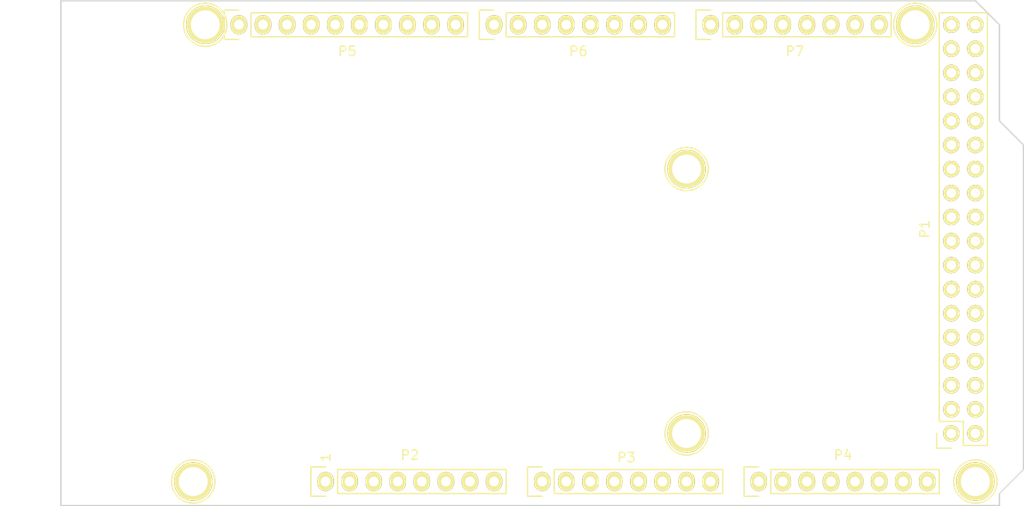
<source format=kicad_pcb>
(kicad_pcb (version 20221018) (generator pcbnew)
  (title_block (date "mar. 31 mars 2015"))
  (layers (0 "F.Cu" signal) (31 "B.Cu" signal) (34 "B.Paste" user) (35 "F.Paste" user) (36 "B.SilkS" user "B.Silkscreen") (37 "F.SilkS" user "F.Silkscreen") (38 "B.Mask" user) (39 "F.Mask" user) (44 "Edge.Cuts" user))
  (net 0 "")
  (net 1 "GND")
  (net 2 "/52(SCK)")
  (net 3 "/53(SS)")
  (net 4 "/50(MISO)")
  (net 5 "/51(MOSI)")
  (net 6 "/48")
  (net 7 "/49")
  (net 8 "/46")
  (net 9 "/47")
  (net 10 "/44")
  (net 11 "/45")
  (net 12 "/42")
  (net 13 "/43")
  (net 14 "/40")
  (net 15 "/41")
  (net 16 "/38")
  (net 17 "/39")
  (net 18 "/36")
  (net 19 "/37")
  (net 20 "/34")
  (net 21 "/35")
  (net 22 "/32")
  (net 23 "/33")
  (net 24 "/30")
  (net 25 "/31")
  (net 26 "/28")
  (net 27 "/29")
  (net 28 "/26")
  (net 29 "/27")
  (net 30 "/24")
  (net 31 "/25")
  (net 32 "/22")
  (net 33 "/23")
  (net 34 "+5V")
  (net 35 "/IOREF")
  (net 36 "/Reset")
  (net 37 "/Vin")
  (net 38 "/A0")
  (net 39 "/A1")
  (net 40 "/A2")
  (net 41 "/A3")
  (net 42 "/A4")
  (net 43 "/A5")
  (net 44 "/A6")
  (net 45 "/A7")
  (net 46 "/A8")
  (net 47 "/A9")
  (net 48 "/A10")
  (net 49 "/A11")
  (net 50 "/A12")
  (net 51 "/A13")
  (net 52 "/A14")
  (net 53 "/A15")
  (net 54 "/SCL")
  (net 55 "/SDA")
  (net 56 "/AREF")
  (net 57 "/13(**)")
  (net 58 "/12(**)")
  (net 59 "/11(**)")
  (net 60 "/10(**)")
  (net 61 "/9(**)")
  (net 62 "/8(**)")
  (net 63 "/7(**)")
  (net 64 "/6(**)")
  (net 65 "/5(**)")
  (net 66 "/4(**)")
  (net 67 "/3(**)")
  (net 68 "/2(**)")
  (net 69 "/20(SDA)")
  (net 70 "/21(SCL)")
  (net 71 "Net-(P8-Pad1)")
  (net 72 "Net-(P9-Pad1)")
  (net 73 "Net-(P10-Pad1)")
  (net 74 "Net-(P11-Pad1)")
  (net 75 "Net-(P12-Pad1)")
  (net 76 "Net-(P13-Pad1)")
  (net 77 "Net-(P2-Pad1)")
  (net 78 "+3V3")
  (net 79 "/1(Tx0)")
  (net 80 "/0(Rx0)")
  (net 81 "/14(Tx3)")
  (net 82 "/15(Rx3)")
  (net 83 "/16(Tx2)")
  (net 84 "/17(Rx2)")
  (net 85 "/18(Tx1)")
  (net 86 "/19(Rx1)")
  (footprint "Socket_Arduino_Mega:Socket_Strip_Arduino_2x18" (layer "F.Cu") (at 197.358 114.046 90)
    (fp_text reference "P1" (at 21.59 -2.794 90) (layer "F.SilkS"))
    (fp_text value "Digital")
    (fp_line (start -1.55 -1.55) (end -1.55 0) (stroke (width 0.15)) (layer "F.SilkS"))
    (fp_line (start -1.27 1.27) (end 1.27 1.27) (stroke (width 0.15)) (layer "F.SilkS"))
    (fp_line (start -1.27 3.81) (end -1.27 1.27) (stroke (width 0.15)) (layer "F.SilkS"))
    (fp_line (start -1.27 3.81) (end 44.45 3.81) (stroke (width 0.15)) (layer "F.SilkS"))
    (fp_line (start 0 -1.55) (end -1.55 -1.55) (stroke (width 0.15)) (layer "F.SilkS"))
    (fp_line (start 1.27 1.27) (end 1.27 -1.27) (stroke (width 0.15)) (layer "F.SilkS"))
    (fp_line (start 44.45 -1.27) (end 1.27 -1.27) (stroke (width 0.15)) (layer "F.SilkS"))
    (fp_line (start 44.45 3.81) (end 44.45 -1.27) (stroke (width 0.15)) (layer "F.SilkS"))
    (pad "1" thru_hole circle locked (at 0 0 90) (size 1.7272 1.7272) (drill 1.016) (layers "*.Cu" "*.Mask" "F.SilkS") (net 1 "GND"))
    (pad "2" thru_hole oval locked (at 0 2.54 90) (size 1.7272 1.7272) (drill 1.016) (layers "*.Cu" "*.Mask" "F.SilkS") (net 1 "GND"))
    (pad "3" thru_hole oval locked (at 2.54 0 90) (size 1.7272 1.7272) (drill 1.016) (layers "*.Cu" "*.Mask" "F.SilkS") (net 2 "/52(SCK)"))
    (pad "4" thru_hole oval locked (at 2.54 2.54 90) (size 1.7272 1.7272) (drill 1.016) (layers "*.Cu" "*.Mask" "F.SilkS") (net 3 "/53(SS)"))
    (pad "5" thru_hole oval locked (at 5.08 0 90) (size 1.7272 1.7272) (drill 1.016) (layers "*.Cu" "*.Mask" "F.SilkS") (net 4 "/50(MISO)"))
    (pad "6" thru_hole oval locked (at 5.08 2.54 90) (size 1.7272 1.7272) (drill 1.016) (layers "*.Cu" "*.Mask" "F.SilkS") (net 5 "/51(MOSI)"))
    (pad "7" thru_hole oval locked (at 7.62 0 90) (size 1.7272 1.7272) (drill 1.016) (layers "*.Cu" "*.Mask" "F.SilkS") (net 6 "/48"))
    (pad "8" thru_hole oval locked (at 7.62 2.54 90) (size 1.7272 1.7272) (drill 1.016) (layers "*.Cu" "*.Mask" "F.SilkS") (net 7 "/49"))
    (pad "9" thru_hole oval locked (at 10.16 0 90) (size 1.7272 1.7272) (drill 1.016) (layers "*.Cu" "*.Mask" "F.SilkS") (net 8 "/46"))
    (pad "10" thru_hole oval locked (at 10.16 2.54 90) (size 1.7272 1.7272) (drill 1.016) (layers "*.Cu" "*.Mask" "F.SilkS") (net 9 "/47"))
    (pad "11" thru_hole oval locked (at 12.7 0 90) (size 1.7272 1.7272) (drill 1.016) (layers "*.Cu" "*.Mask" "F.SilkS") (net 10 "/44"))
    (pad "12" thru_hole oval locked (at 12.7 2.54 90) (size 1.7272 1.7272) (drill 1.016) (layers "*.Cu" "*.Mask" "F.SilkS") (net 11 "/45"))
    (pad "13" thru_hole oval locked (at 15.24 0 90) (size 1.7272 1.7272) (drill 1.016) (layers "*.Cu" "*.Mask" "F.SilkS") (net 12 "/42"))
    (pad "14" thru_hole oval locked (at 15.24 2.54 90) (size 1.7272 1.7272) (drill 1.016) (layers "*.Cu" "*.Mask" "F.SilkS") (net 13 "/43"))
    (pad "15" thru_hole oval locked (at 17.78 0 90) (size 1.7272 1.7272) (drill 1.016) (layers "*.Cu" "*.Mask" "F.SilkS") (net 14 "/40"))
    (pad "16" thru_hole oval locked (at 17.78 2.54 90) (size 1.7272 1.7272) (drill 1.016) (layers "*.Cu" "*.Mask" "F.SilkS") (net 15 "/41"))
    (pad "17" thru_hole oval locked (at 20.32 0 90) (size 1.7272 1.7272) (drill 1.016) (layers "*.Cu" "*.Mask" "F.SilkS") (net 16 "/38"))
    (pad "18" thru_hole oval locked (at 20.32 2.54 90) (size 1.7272 1.7272) (drill 1.016) (layers "*.Cu" "*.Mask" "F.SilkS") (net 17 "/39"))
    (pad "19" thru_hole oval locked (at 22.86 0 90) (size 1.7272 1.7272) (drill 1.016) (layers "*.Cu" "*.Mask" "F.SilkS") (net 18 "/36"))
    (pad "20" thru_hole oval locked (at 22.86 2.54 90) (size 1.7272 1.7272) (drill 1.016) (layers "*.Cu" "*.Mask" "F.SilkS") (net 19 "/37"))
    (pad "21" thru_hole oval locked (at 25.4 0 90) (size 1.7272 1.7272) (drill 1.016) (layers "*.Cu" "*.Mask" "F.SilkS") (net 20 "/34"))
    (pad "22" thru_hole oval locked (at 25.4 2.54 90) (size 1.7272 1.7272) (drill 1.016) (layers "*.Cu" "*.Mask" "F.SilkS") (net 21 "/35"))
    (pad "23" thru_hole oval locked (at 27.94 0 90) (size 1.7272 1.7272) (drill 1.016) (layers "*.Cu" "*.Mask" "F.SilkS") (net 22 "/32"))
    (pad "24" thru_hole oval locked (at 27.94 2.54 90) (size 1.7272 1.7272) (drill 1.016) (layers "*.Cu" "*.Mask" "F.SilkS") (net 23 "/33"))
    (pad "25" thru_hole oval locked (at 30.48 0 90) (size 1.7272 1.7272) (drill 1.016) (layers "*.Cu" "*.Mask" "F.SilkS") (net 24 "/30"))
    (pad "26" thru_hole oval locked (at 30.48 2.54 90) (size 1.7272 1.7272) (drill 1.016) (layers "*.Cu" "*.Mask" "F.SilkS") (net 25 "/31"))
    (pad "27" thru_hole oval locked (at 33.02 0 90) (size 1.7272 1.7272) (drill 1.016) (layers "*.Cu" "*.Mask" "F.SilkS") (net 26 "/28"))
    (pad "28" thru_hole oval locked (at 33.02 2.54 90) (size 1.7272 1.7272) (drill 1.016) (layers "*.Cu" "*.Mask" "F.SilkS") (net 27 "/29"))
    (pad "29" thru_hole oval locked (at 35.56 0 90) (size 1.7272 1.7272) (drill 1.016) (layers "*.Cu" "*.Mask" "F.SilkS") (net 28 "/26"))
    (pad "30" thru_hole oval locked (at 35.56 2.54 90) (size 1.7272 1.7272) (drill 1.016) (layers "*.Cu" "*.Mask" "F.SilkS") (net 29 "/27"))
    (pad "31" thru_hole oval locked (at 38.1 0 90) (size 1.7272 1.7272) (drill 1.016) (layers "*.Cu" "*.Mask" "F.SilkS") (net 30 "/24"))
    (pad "32" thru_hole oval locked (at 38.1 2.54 90) (size 1.7272 1.7272) (drill 1.016) (layers "*.Cu" "*.Mask" "F.SilkS") (net 31 "/25"))
    (pad "33" thru_hole oval locked (at 40.64 0 90) (size 1.7272 1.7272) (drill 1.016) (layers "*.Cu" "*.Mask" "F.SilkS") (net 32 "/22"))
    (pad "34" thru_hole oval locked (at 40.64 2.54 90) (size 1.7272 1.7272) (drill 1.016) (layers "*.Cu" "*.Mask" "F.SilkS") (net 33 "/23"))
    (pad "35" thru_hole oval locked (at 43.18 0 90) (size 1.7272 1.7272) (drill 1.016) (layers "*.Cu" "*.Mask" "F.SilkS") (net 34 "+5V"))
    (pad "36" thru_hole oval locked (at 43.18 2.54 90) (size 1.7272 1.7272) (drill 1.016) (layers "*.Cu" "*.Mask" "F.SilkS") (net 34 "+5V"))
  )
  (footprint "Socket_Arduino_Mega:Socket_Strip_Arduino_1x08" (layer "F.Cu") (at 131.318 119.126)
    (fp_text reference "P2" (at 8.89 -2.794) (layer "F.SilkS"))
    (fp_text value "Power")
    (fp_line (start -1.55 -1.55) (end -1.55 1.55) (stroke (width 0.15)) (layer "F.SilkS"))
    (fp_line (start -1.55 1.55) (end 0 1.55) (stroke (width 0.15)) (layer "F.SilkS"))
    (fp_line (start 0 -1.55) (end -1.55 -1.55) (stroke (width 0.15)) (layer "F.SilkS"))
    (fp_line (start 1.27 1.27) (end 1.27 -1.27) (stroke (width 0.15)) (layer "F.SilkS"))
    (fp_line (start 1.27 1.27) (end 19.05 1.27) (stroke (width 0.15)) (layer "F.SilkS"))
    (fp_line (start 19.05 -1.27) (end 1.27 -1.27) (stroke (width 0.15)) (layer "F.SilkS"))
    (fp_line (start 19.05 1.27) (end 19.05 -1.27) (stroke (width 0.15)) (layer "F.SilkS"))
    (pad "1" thru_hole oval locked (at 0 0) (size 1.7272 2.032) (drill 1.016) (layers "*.Cu" "*.Mask" "F.SilkS") (net 77 "Net-(P2-Pad1)"))
    (pad "2" thru_hole oval locked (at 2.54 0) (size 1.7272 2.032) (drill 1.016) (layers "*.Cu" "*.Mask" "F.SilkS") (net 35 "/IOREF"))
    (pad "3" thru_hole oval locked (at 5.08 0) (size 1.7272 2.032) (drill 1.016) (layers "*.Cu" "*.Mask" "F.SilkS") (net 36 "/Reset"))
    (pad "4" thru_hole oval locked (at 7.62 0) (size 1.7272 2.032) (drill 1.016) (layers "*.Cu" "*.Mask" "F.SilkS") (net 78 "+3V3"))
    (pad "5" thru_hole oval locked (at 10.16 0) (size 1.7272 2.032) (drill 1.016) (layers "*.Cu" "*.Mask" "F.SilkS") (net 34 "+5V"))
    (pad "6" thru_hole oval locked (at 12.7 0) (size 1.7272 2.032) (drill 1.016) (layers "*.Cu" "*.Mask" "F.SilkS") (net 1 "GND"))
    (pad "7" thru_hole oval locked (at 15.24 0) (size 1.7272 2.032) (drill 1.016) (layers "*.Cu" "*.Mask" "F.SilkS") (net 1 "GND"))
    (pad "8" thru_hole oval locked (at 17.78 0) (size 1.7272 2.032) (drill 1.016) (layers "*.Cu" "*.Mask" "F.SilkS") (net 37 "/Vin"))
  )
  (footprint "Socket_Arduino_Mega:Socket_Strip_Arduino_1x08" (layer "F.Cu") (at 154.178 119.126)
    (fp_text reference "P3" (at 8.89 -2.54) (layer "F.SilkS"))
    (fp_text value "Analog")
    (fp_line (start -1.55 -1.55) (end -1.55 1.55) (stroke (width 0.15)) (layer "F.SilkS"))
    (fp_line (start -1.55 1.55) (end 0 1.55) (stroke (width 0.15)) (layer "F.SilkS"))
    (fp_line (start 0 -1.55) (end -1.55 -1.55) (stroke (width 0.15)) (layer "F.SilkS"))
    (fp_line (start 1.27 1.27) (end 1.27 -1.27) (stroke (width 0.15)) (layer "F.SilkS"))
    (fp_line (start 1.27 1.27) (end 19.05 1.27) (stroke (width 0.15)) (layer "F.SilkS"))
    (fp_line (start 19.05 -1.27) (end 1.27 -1.27) (stroke (width 0.15)) (layer "F.SilkS"))
    (fp_line (start 19.05 1.27) (end 19.05 -1.27) (stroke (width 0.15)) (layer "F.SilkS"))
    (pad "1" thru_hole oval locked (at 0 0) (size 1.7272 2.032) (drill 1.016) (layers "*.Cu" "*.Mask" "F.SilkS") (net 38 "/A0"))
    (pad "2" thru_hole oval locked (at 2.54 0) (size 1.7272 2.032) (drill 1.016) (layers "*.Cu" "*.Mask" "F.SilkS") (net 39 "/A1"))
    (pad "3" thru_hole oval locked (at 5.08 0) (size 1.7272 2.032) (drill 1.016) (layers "*.Cu" "*.Mask" "F.SilkS") (net 40 "/A2"))
    (pad "4" thru_hole oval locked (at 7.62 0) (size 1.7272 2.032) (drill 1.016) (layers "*.Cu" "*.Mask" "F.SilkS") (net 41 "/A3"))
    (pad "5" thru_hole oval locked (at 10.16 0) (size 1.7272 2.032) (drill 1.016) (layers "*.Cu" "*.Mask" "F.SilkS") (net 42 "/A4"))
    (pad "6" thru_hole oval locked (at 12.7 0) (size 1.7272 2.032) (drill 1.016) (layers "*.Cu" "*.Mask" "F.SilkS") (net 43 "/A5"))
    (pad "7" thru_hole oval locked (at 15.24 0) (size 1.7272 2.032) (drill 1.016) (layers "*.Cu" "*.Mask" "F.SilkS") (net 44 "/A6"))
    (pad "8" thru_hole oval locked (at 17.78 0) (size 1.7272 2.032) (drill 1.016) (layers "*.Cu" "*.Mask" "F.SilkS") (net 45 "/A7"))
  )
  (footprint "Socket_Arduino_Mega:Socket_Strip_Arduino_1x08" (layer "F.Cu") (at 177.038 119.126)
    (fp_text reference "P4" (at 8.89 -2.794) (layer "F.SilkS"))
    (fp_text value "Analog")
    (fp_line (start -1.55 -1.55) (end -1.55 1.55) (stroke (width 0.15)) (layer "F.SilkS"))
    (fp_line (start -1.55 1.55) (end 0 1.55) (stroke (width 0.15)) (layer "F.SilkS"))
    (fp_line (start 0 -1.55) (end -1.55 -1.55) (stroke (width 0.15)) (layer "F.SilkS"))
    (fp_line (start 1.27 1.27) (end 1.27 -1.27) (stroke (width 0.15)) (layer "F.SilkS"))
    (fp_line (start 1.27 1.27) (end 19.05 1.27) (stroke (width 0.15)) (layer "F.SilkS"))
    (fp_line (start 19.05 -1.27) (end 1.27 -1.27) (stroke (width 0.15)) (layer "F.SilkS"))
    (fp_line (start 19.05 1.27) (end 19.05 -1.27) (stroke (width 0.15)) (layer "F.SilkS"))
    (pad "1" thru_hole oval locked (at 0 0) (size 1.7272 2.032) (drill 1.016) (layers "*.Cu" "*.Mask" "F.SilkS") (net 46 "/A8"))
    (pad "2" thru_hole oval locked (at 2.54 0) (size 1.7272 2.032) (drill 1.016) (layers "*.Cu" "*.Mask" "F.SilkS") (net 47 "/A9"))
    (pad "3" thru_hole oval locked (at 5.08 0) (size 1.7272 2.032) (drill 1.016) (layers "*.Cu" "*.Mask" "F.SilkS") (net 48 "/A10"))
    (pad "4" thru_hole oval locked (at 7.62 0) (size 1.7272 2.032) (drill 1.016) (layers "*.Cu" "*.Mask" "F.SilkS") (net 49 "/A11"))
    (pad "5" thru_hole oval locked (at 10.16 0) (size 1.7272 2.032) (drill 1.016) (layers "*.Cu" "*.Mask" "F.SilkS") (net 50 "/A12"))
    (pad "6" thru_hole oval locked (at 12.7 0) (size 1.7272 2.032) (drill 1.016) (layers "*.Cu" "*.Mask" "F.SilkS") (net 51 "/A13"))
    (pad "7" thru_hole oval locked (at 15.24 0) (size 1.7272 2.032) (drill 1.016) (layers "*.Cu" "*.Mask" "F.SilkS") (net 52 "/A14"))
    (pad "8" thru_hole oval locked (at 17.78 0) (size 1.7272 2.032) (drill 1.016) (layers "*.Cu" "*.Mask" "F.SilkS") (net 53 "/A15"))
  )
  (footprint "Socket_Arduino_Mega:Socket_Strip_Arduino_1x10" (layer "F.Cu") (at 122.174 70.866)
    (fp_text reference "P5" (at 11.43 2.794) (layer "F.SilkS"))
    (fp_text value "PWM")
    (fp_line (start -1.55 -1.55) (end -1.55 1.55) (stroke (width 0.15)) (layer "F.SilkS"))
    (fp_line (start -1.55 1.55) (end 0 1.55) (stroke (width 0.15)) (layer "F.SilkS"))
    (fp_line (start 0 -1.55) (end -1.55 -1.55) (stroke (width 0.15)) (layer "F.SilkS"))
    (fp_line (start 1.27 1.27) (end 1.27 -1.27) (stroke (width 0.15)) (layer "F.SilkS"))
    (fp_line (start 1.27 1.27) (end 24.13 1.27) (stroke (width 0.15)) (layer "F.SilkS"))
    (fp_line (start 24.13 -1.27) (end 1.27 -1.27) (stroke (width 0.15)) (layer "F.SilkS"))
    (fp_line (start 24.13 1.27) (end 24.13 -1.27) (stroke (width 0.15)) (layer "F.SilkS"))
    (pad "1" thru_hole oval locked (at 0 0) (size 1.7272 2.032) (drill 1.016) (layers "*.Cu" "*.Mask" "F.SilkS") (net 54 "/SCL"))
    (pad "2" thru_hole oval locked (at 2.54 0) (size 1.7272 2.032) (drill 1.016) (layers "*.Cu" "*.Mask" "F.SilkS") (net 55 "/SDA"))
    (pad "3" thru_hole oval locked (at 5.08 0) (size 1.7272 2.032) (drill 1.016) (layers "*.Cu" "*.Mask" "F.SilkS") (net 56 "/AREF"))
    (pad "4" thru_hole oval locked (at 7.62 0) (size 1.7272 2.032) (drill 1.016) (layers "*.Cu" "*.Mask" "F.SilkS") (net 1 "GND"))
    (pad "5" thru_hole oval locked (at 10.16 0) (size 1.7272 2.032) (drill 1.016) (layers "*.Cu" "*.Mask" "F.SilkS") (net 57 "/13(**)"))
    (pad "6" thru_hole oval locked (at 12.7 0) (size 1.7272 2.032) (drill 1.016) (layers "*.Cu" "*.Mask" "F.SilkS") (net 58 "/12(**)"))
    (pad "7" thru_hole oval locked (at 15.24 0) (size 1.7272 2.032) (drill 1.016) (layers "*.Cu" "*.Mask" "F.SilkS") (net 59 "/11(**)"))
    (pad "8" thru_hole oval locked (at 17.78 0) (size 1.7272 2.032) (drill 1.016) (layers "*.Cu" "*.Mask" "F.SilkS") (net 60 "/10(**)"))
    (pad "9" thru_hole oval locked (at 20.32 0) (size 1.7272 2.032) (drill 1.016) (layers "*.Cu" "*.Mask" "F.SilkS") (net 61 "/9(**)"))
    (pad "10" thru_hole oval locked (at 22.86 0) (size 1.7272 2.032) (drill 1.016) (layers "*.Cu" "*.Mask" "F.SilkS") (net 62 "/8(**)"))
  )
  (footprint "Socket_Arduino_Mega:Socket_Strip_Arduino_1x08" (layer "F.Cu") (at 149.098 70.866)
    (fp_text reference "P6" (at 8.89 2.794) (layer "F.SilkS"))
    (fp_text value "PWM")
    (fp_line (start -1.55 -1.55) (end -1.55 1.55) (stroke (width 0.15)) (layer "F.SilkS"))
    (fp_line (start -1.55 1.55) (end 0 1.55) (stroke (width 0.15)) (layer "F.SilkS"))
    (fp_line (start 0 -1.55) (end -1.55 -1.55) (stroke (width 0.15)) (layer "F.SilkS"))
    (fp_line (start 1.27 1.27) (end 1.27 -1.27) (stroke (width 0.15)) (layer "F.SilkS"))
    (fp_line (start 1.27 1.27) (end 19.05 1.27) (stroke (width 0.15)) (layer "F.SilkS"))
    (fp_line (start 19.05 -1.27) (end 1.27 -1.27) (stroke (width 0.15)) (layer "F.SilkS"))
    (fp_line (start 19.05 1.27) (end 19.05 -1.27) (stroke (width 0.15)) (layer "F.SilkS"))
    (pad "1" thru_hole oval locked (at 0 0) (size 1.7272 2.032) (drill 1.016) (layers "*.Cu" "*.Mask" "F.SilkS") (net 63 "/7(**)"))
    (pad "2" thru_hole oval locked (at 2.54 0) (size 1.7272 2.032) (drill 1.016) (layers "*.Cu" "*.Mask" "F.SilkS") (net 64 "/6(**)"))
    (pad "3" thru_hole oval locked (at 5.08 0) (size 1.7272 2.032) (drill 1.016) (layers "*.Cu" "*.Mask" "F.SilkS") (net 65 "/5(**)"))
    (pad "4" thru_hole oval locked (at 7.62 0) (size 1.7272 2.032) (drill 1.016) (layers "*.Cu" "*.Mask" "F.SilkS") (net 66 "/4(**)"))
    (pad "5" thru_hole oval locked (at 10.16 0) (size 1.7272 2.032) (drill 1.016) (layers "*.Cu" "*.Mask" "F.SilkS") (net 67 "/3(**)"))
    (pad "6" thru_hole oval locked (at 12.7 0) (size 1.7272 2.032) (drill 1.016) (layers "*.Cu" "*.Mask" "F.SilkS") (net 68 "/2(**)"))
    (pad "7" thru_hole oval locked (at 15.24 0) (size 1.7272 2.032) (drill 1.016) (layers "*.Cu" "*.Mask" "F.SilkS") (net 79 "/1(Tx0)"))
    (pad "8" thru_hole oval locked (at 17.78 0) (size 1.7272 2.032) (drill 1.016) (layers "*.Cu" "*.Mask" "F.SilkS") (net 80 "/0(Rx0)"))
  )
  (footprint "Socket_Arduino_Mega:Socket_Strip_Arduino_1x08" (layer "F.Cu") (at 171.958 70.866)
    (fp_text reference "P7" (at 8.89 2.794) (layer "F.SilkS"))
    (fp_text value "Communication")
    (fp_line (start -1.55 -1.55) (end -1.55 1.55) (stroke (width 0.15)) (layer "F.SilkS"))
    (fp_line (start -1.55 1.55) (end 0 1.55) (stroke (width 0.15)) (layer "F.SilkS"))
    (fp_line (start 0 -1.55) (end -1.55 -1.55) (stroke (width 0.15)) (layer "F.SilkS"))
    (fp_line (start 1.27 1.27) (end 1.27 -1.27) (stroke (width 0.15)) (layer "F.SilkS"))
    (fp_line (start 1.27 1.27) (end 19.05 1.27) (stroke (width 0.15)) (layer "F.SilkS"))
    (fp_line (start 19.05 -1.27) (end 1.27 -1.27) (stroke (width 0.15)) (layer "F.SilkS"))
    (fp_line (start 19.05 1.27) (end 19.05 -1.27) (stroke (width 0.15)) (layer "F.SilkS"))
    (pad "1" thru_hole oval locked (at 0 0) (size 1.7272 2.032) (drill 1.016) (layers "*.Cu" "*.Mask" "F.SilkS") (net 81 "/14(Tx3)"))
    (pad "2" thru_hole oval locked (at 2.54 0) (size 1.7272 2.032) (drill 1.016) (layers "*.Cu" "*.Mask" "F.SilkS") (net 82 "/15(Rx3)"))
    (pad "3" thru_hole oval locked (at 5.08 0) (size 1.7272 2.032) (drill 1.016) (layers "*.Cu" "*.Mask" "F.SilkS") (net 83 "/16(Tx2)"))
    (pad "4" thru_hole oval locked (at 7.62 0) (size 1.7272 2.032) (drill 1.016) (layers "*.Cu" "*.Mask" "F.SilkS") (net 84 "/17(Rx2)"))
    (pad "5" thru_hole oval locked (at 10.16 0) (size 1.7272 2.032) (drill 1.016) (layers "*.Cu" "*.Mask" "F.SilkS") (net 85 "/18(Tx1)"))
    (pad "6" thru_hole oval locked (at 12.7 0) (size 1.7272 2.032) (drill 1.016) (layers "*.Cu" "*.Mask" "F.SilkS") (net 86 "/19(Rx1)"))
    (pad "7" thru_hole oval locked (at 15.24 0) (size 1.7272 2.032) (drill 1.016) (layers "*.Cu" "*.Mask" "F.SilkS") (net 69 "/20(SDA)"))
    (pad "8" thru_hole oval locked (at 17.78 0) (size 1.7272 2.032) (drill 1.016) (layers "*.Cu" "*.Mask" "F.SilkS") (net 70 "/21(SCL)"))
  )
  (footprint "Socket_Arduino_Mega:Arduino_1pin" (layer "F.Cu") (at 117.348 119.126)
    (fp_text reference "P8" hide)
    (fp_text value "CONN_1" hide)
    (fp_circle (center 0 0) (end 0 -2.286) (stroke (width 0.15)) (fill none) (layer "F.SilkS"))
    (pad "1" thru_hole circle locked (at 0 0) (size 4.064 4.064) (drill 3.048) (layers "*.Cu" "*.Mask" "F.SilkS") (net 71 "Net-(P8-Pad1)"))
  )
  (footprint "Socket_Arduino_Mega:Arduino_1pin" (layer "F.Cu") (at 169.418 114.046)
    (fp_text reference "P9" hide)
    (fp_text value "CONN_1" hide)
    (fp_circle (center 0 0) (end 0 -2.286) (stroke (width 0.15)) (fill none) (layer "F.SilkS"))
    (pad "1" thru_hole circle locked (at 0 0) (size 4.064 4.064) (drill 3.048) (layers "*.Cu" "*.Mask" "F.SilkS") (net 72 "Net-(P9-Pad1)"))
  )
  (footprint "Socket_Arduino_Mega:Arduino_1pin" (layer "F.Cu") (at 199.898 119.126)
    (fp_text reference "P10" hide)
    (fp_text value "CONN_1" hide)
    (fp_circle (center 0 0) (end 0 -2.286) (stroke (width 0.15)) (fill none) (layer "F.SilkS"))
    (pad "1" thru_hole circle locked (at 0 0) (size 4.064 4.064) (drill 3.048) (layers "*.Cu" "*.Mask" "F.SilkS") (net 73 "Net-(P10-Pad1)"))
  )
  (footprint "Socket_Arduino_Mega:Arduino_1pin" (layer "F.Cu") (at 118.618 70.866)
    (fp_text reference "P11" hide)
    (fp_text value "CONN_1" hide)
    (fp_circle (center 0 0) (end 0 -2.286) (stroke (width 0.15)) (fill none) (layer "F.SilkS"))
    (pad "1" thru_hole circle locked (at 0 0) (size 4.064 4.064) (drill 3.048) (layers "*.Cu" "*.Mask" "F.SilkS") (net 74 "Net-(P11-Pad1)"))
  )
  (footprint "Socket_Arduino_Mega:Arduino_1pin" (layer "F.Cu") (at 169.418 86.106)
    (fp_text reference "P12" hide)
    (fp_text value "CONN_1" hide)
    (fp_circle (center 0 0) (end 0 -2.286) (stroke (width 0.15)) (fill none) (layer "F.SilkS"))
    (pad "1" thru_hole circle locked (at 0 0) (size 4.064 4.064) (drill 3.048) (layers "*.Cu" "*.Mask" "F.SilkS") (net 75 "Net-(P12-Pad1)"))
  )
  (footprint "Socket_Arduino_Mega:Arduino_1pin" (layer "F.Cu") (at 193.548 70.866)
    (fp_text reference "P13" hide)
    (fp_text value "CONN_1" hide)
    (fp_circle (center 0 0) (end 0 -2.286) (stroke (width 0.15)) (fill none) (layer "F.SilkS"))
    (pad "1" thru_hole circle locked (at 0 0) (size 4.064 4.064) (drill 3.048) (layers "*.Cu" "*.Mask" "F.SilkS") (net 76 "Net-(P13-Pad1)"))
  )
  (gr_line (start 204.978 83.566) (end 204.978 117.856) (stroke (width 0.15)) (layer "Edge.Cuts"))
  (gr_line (start 202.438 121.666) (end 103.378 121.666) (stroke (width 0.15)) (layer "Edge.Cuts"))
  (gr_line (start 204.978 117.856) (end 202.438 120.396) (stroke (width 0.15)) (layer "Edge.Cuts"))
  (gr_line (start 103.378 121.666) (end 103.378 68.326) (stroke (width 0.15)) (layer "Edge.Cuts"))
  (gr_line (start 199.898 68.326) (end 202.438 70.866) (stroke (width 0.15)) (layer "Edge.Cuts"))
  (gr_line (start 202.438 70.866) (end 202.438 81.026) (stroke (width 0.15)) (layer "Edge.Cuts"))
  (gr_line (start 202.438 81.026) (end 204.978 83.566) (stroke (width 0.15)) (layer "Edge.Cuts"))
  (gr_line (start 103.378 68.326) (end 199.898 68.326) (stroke (width 0.15)) (layer "Edge.Cuts"))
  (gr_line (start 202.438 120.396) (end 202.438 121.666) (stroke (width 0.15)) (layer "Edge.Cuts"))
  (gr_text "1" (at 131.318 116.586 90) (layer "F.SilkS") (effects (font (size 1 1))))
)
</source>
